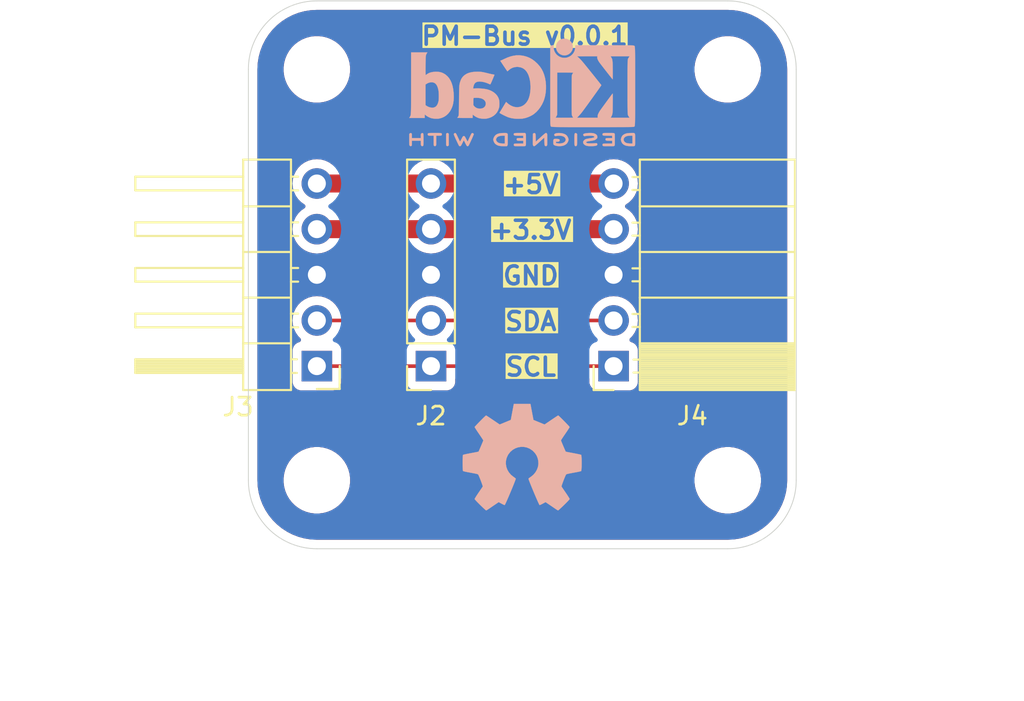
<source format=kicad_pcb>
(kicad_pcb (version 20240108) (generator "pcbnew") (generator_version "8.0")
  (layers (0 "F.Cu" signal) (31 "B.Cu" signal) (34 "B.Paste" user) (35 "F.Paste" user) (36 "B.SilkS" user "B.Silkscreen") (37 "F.SilkS" user "F.Silkscreen") (38 "B.Mask" user) (39 "F.Mask" user) (44 "Edge.Cuts" user))
  (net 0 "")
  (net 1 "+5V")
  (net 2 "GND")
  (net 3 "Net-(J2-Pin_1)")
  (net 4 "Net-(J2-Pin_2)")
  (net 5 "+3.3V")
  (footprint "MountingHole:MountingHole_3.2mm_M3" (layer "F.Cu") (at 64.77 80.01)
    (property "Reference" "H1" (hide yes))
    (property "Value" "MountingHole")
    (pad "" np_thru_hole circle (at 0 0) (size 3.2 3.2) (drill 3.2) (layers "*.Cu" "*.Mask"))
  )
  (footprint "Connector_PinSocket_2.54mm:PinSocket_1x05_P2.54mm_Vertical" (layer "F.Cu") (at 71.12 96.52 180)
    (property "Reference" "J2" (at 0 -2.77 0) (layer "F.SilkS"))
    (property "Value" "FemaleHeader_01x05_P2.54_THT_straight")
    (pad "1" thru_hole rect (at 0 0 180) (size 1.7 1.7) (drill 1) (layers "*.Cu" "*.Mask") (net 3 "Net-(J2-Pin_1)"))
    (pad "2" thru_hole oval (at 0 2.54 180) (size 1.7 1.7) (drill 1) (layers "*.Cu" "*.Mask") (net 4 "Net-(J2-Pin_2)"))
    (pad "3" thru_hole oval (at 0 5.08 180) (size 1.7 1.7) (drill 1) (layers "*.Cu" "*.Mask") (net 2 "GND"))
    (pad "4" thru_hole oval (at 0 7.62 180) (size 1.7 1.7) (drill 1) (layers "*.Cu" "*.Mask") (net 5 "+3.3V"))
    (pad "5" thru_hole oval (at 0 10.16 180) (size 1.7 1.7) (drill 1) (layers "*.Cu" "*.Mask") (net 1 "+5V"))
  )
  (footprint "MountingHole:MountingHole_3.2mm_M3" (layer "F.Cu") (at 87.63 102.87)
    (property "Reference" "H3" (hide yes))
    (property "Value" "MountingHole")
    (pad "" np_thru_hole circle (at 0 0) (size 3.2 3.2) (drill 3.2) (layers "*.Cu" "*.Mask"))
  )
  (footprint "Connector_PinSocket_2.54mm:PinSocket_1x05_P2.54mm_Horizontal" (layer "F.Cu") (at 81.28 96.52 180)
    (property "Reference" "J4" (at -4.38 -2.77 0) (layer "F.SilkS"))
    (property "Value" "FemaleHeader_01x05_P2.54_THT_angle")
    (pad "1" thru_hole rect (at 0 0 180) (size 1.7 1.7) (drill 1) (layers "*.Cu" "*.Mask") (net 3 "Net-(J2-Pin_1)"))
    (pad "2" thru_hole oval (at 0 2.54 180) (size 1.7 1.7) (drill 1) (layers "*.Cu" "*.Mask") (net 4 "Net-(J2-Pin_2)"))
    (pad "3" thru_hole oval (at 0 5.08 180) (size 1.7 1.7) (drill 1) (layers "*.Cu" "*.Mask") (net 2 "GND"))
    (pad "4" thru_hole oval (at 0 7.62 180) (size 1.7 1.7) (drill 1) (layers "*.Cu" "*.Mask") (net 5 "+3.3V"))
    (pad "5" thru_hole oval (at 0 10.16 180) (size 1.7 1.7) (drill 1) (layers "*.Cu" "*.Mask") (net 1 "+5V"))
  )
  (footprint "MountingHole:MountingHole_3.2mm_M3" (layer "F.Cu") (at 87.63 80.01)
    (property "Reference" "H2" (hide yes))
    (property "Value" "MountingHole")
    (pad "" np_thru_hole circle (at 0 0) (size 3.2 3.2) (drill 3.2) (layers "*.Cu" "*.Mask"))
  )
  (footprint "MountingHole:MountingHole_3.2mm_M3" (layer "F.Cu") (at 64.77 102.87)
    (property "Reference" "H4" (hide yes))
    (property "Value" "MountingHole")
    (pad "" np_thru_hole circle (at 0 0) (size 3.2 3.2) (drill 3.2) (layers "*.Cu" "*.Mask"))
  )
  (footprint "Connector_PinHeader_2.54mm:PinHeader_1x05_P2.54mm_Horizontal" (layer "F.Cu") (at 64.77 96.52 180)
    (property "Reference" "J3" (at 4.385 -2.27 0) (layer "F.SilkS"))
    (property "Value" "PinHeader_01x05_P2.54_THT_angle")
    (pad "1" thru_hole rect (at 0 0 180) (size 1.7 1.7) (drill 1) (layers "*.Cu" "*.Mask") (net 3 "Net-(J2-Pin_1)"))
    (pad "2" thru_hole oval (at 0 2.54 180) (size 1.7 1.7) (drill 1) (layers "*.Cu" "*.Mask") (net 4 "Net-(J2-Pin_2)"))
    (pad "3" thru_hole oval (at 0 5.08 180) (size 1.7 1.7) (drill 1) (layers "*.Cu" "*.Mask") (net 2 "GND"))
    (pad "4" thru_hole oval (at 0 7.62 180) (size 1.7 1.7) (drill 1) (layers "*.Cu" "*.Mask") (net 5 "+3.3V"))
    (pad "5" thru_hole oval (at 0 10.16 180) (size 1.7 1.7) (drill 1) (layers "*.Cu" "*.Mask") (net 1 "+5V"))
  )
  (footprint "Symbol:KiCad-Logo2_5mm_SilkScreen" (layer "B.Cu") (at 76.2 81.28 180)
    (property "Reference" "Logo_kicad" (hide yes))
    (property "Value" "KiCad-Logo2_5mm_SilkScreen" (hide yes))
  )
  (footprint "Symbol:OSHW-Symbol_6.7x6mm_SilkScreen" (layer "B.Cu") (at 76.2 101.6 180)
    (property "Reference" "REF**" (hide yes))
    (property "Value" "OSHW-Symbol_6.7x6mm_SilkScreen" (hide yes))
  )
  (gr_line (start 64.77 76.2) (end 87.63 76.2) (stroke (width 0.05)) (layer "Edge.Cuts"))
  (gr_arc (start 91.44 102.87) (mid 90.324077 105.564077) (end 87.63 106.68) (stroke (width 0.05)) (layer "Edge.Cuts"))
  (gr_arc (start 60.96 80.01) (mid 62.075923 77.315923) (end 64.77 76.2) (stroke (width 0.05)) (layer "Edge.Cuts"))
  (gr_line (start 87.63 106.68) (end 64.77 106.68) (stroke (width 0.05)) (layer "Edge.Cuts"))
  (gr_arc (start 87.63 76.2) (mid 90.324077 77.315923) (end 91.44 80.01) (stroke (width 0.05)) (layer "Edge.Cuts"))
  (gr_arc (start 64.77 106.68) (mid 62.075923 105.564077) (end 60.96 102.87) (stroke (width 0.05)) (layer "Edge.Cuts"))
  (gr_line (start 91.44 80.01) (end 91.44 102.87) (stroke (width 0.05)) (layer "Edge.Cuts"))
  (gr_line (start 60.96 102.87) (end 60.96 80.01) (stroke (width 0.05)) (layer "Edge.Cuts"))
  (gr_text "+3.3V" (at 74.303095 89.535 0) (layer "F.SilkS" knockout) (effects (font (size 1 1) (thickness 0.2) (bold yes)) (justify left bottom)))
  (gr_text "PM-Bus v0.0.1" (at 70.485 78.74 0) (layer "F.SilkS" knockout) (effects (font (size 1 1) (thickness 0.2) (bold yes)) (justify left bottom)))
  (gr_text "SCL" (at 75.160238 97.155 0) (layer "F.SilkS" knockout) (effects (font (size 1 1) (thickness 0.2) (bold yes)) (justify left bottom)))
  (gr_text "GND" (at 75.017381 92.075 0) (layer "F.SilkS" knockout) (effects (font (size 1 1) (thickness 0.2) (bold yes)) (justify left bottom)))
  (gr_text "SDA" (at 75.136428 94.615 0) (layer "F.SilkS" knockout) (effects (font (size 1 1) (thickness 0.2) (bold yes)) (justify left bottom)))
  (gr_text "+5V" (at 75.017381 86.995 0) (layer "F.SilkS" knockout) (effects (font (size 1 1) (thickness 0.2) (bold yes)) (justify left bottom)))
  (segment (start 71.12 86.36) (end 64.77 86.36) (width 1) (layer "F.Cu") (net 1))
  (segment (start 81.28 86.36) (end 71.12 86.36) (width 1) (layer "F.Cu") (net 1))
  (segment (start 71.12 96.52) (end 64.77 96.52) (width 0.2) (layer "F.Cu") (net 3))
  (segment (start 81.28 96.52) (end 71.12 96.52) (width 0.2) (layer "F.Cu") (net 3))
  (segment (start 71.12 93.98) (end 64.77 93.98) (width 0.2) (layer "F.Cu") (net 4))
  (segment (start 81.28 93.98) (end 71.12 93.98) (width 0.2) (layer "F.Cu") (net 4))
  (segment (start 81.28 88.9) (end 71.12 88.9) (width 1) (layer "F.Cu") (net 5))
  (segment (start 71.12 88.9) (end 64.77 88.9) (width 1) (layer "F.Cu") (net 5))
  (zone (net 2) (net_name "GND") (layer "F.Cu") (connect_pads yes (clearance 0.5)) (min_thickness 0.25) (fill yes (thermal_gap 0.5) (thermal_bridge_width 0.5))
    (polygon (pts (xy 60.96 76.2) (xy 91.44 76.2) (xy 91.44 106.68) (xy 60.96 106.68)))
  )
  (zone (net 2) (net_name "GND") (layer "B.Cu") (priority 1) (connect_pads yes (clearance 0.5)) (min_thickness 0.25) (fill yes (thermal_gap 0.5) (thermal_bridge_width 0.5))
    (polygon (pts (xy 60.96 76.2) (xy 91.44 76.2) (xy 91.44 106.68) (xy 60.96 106.68)))
  )
)
</source>
